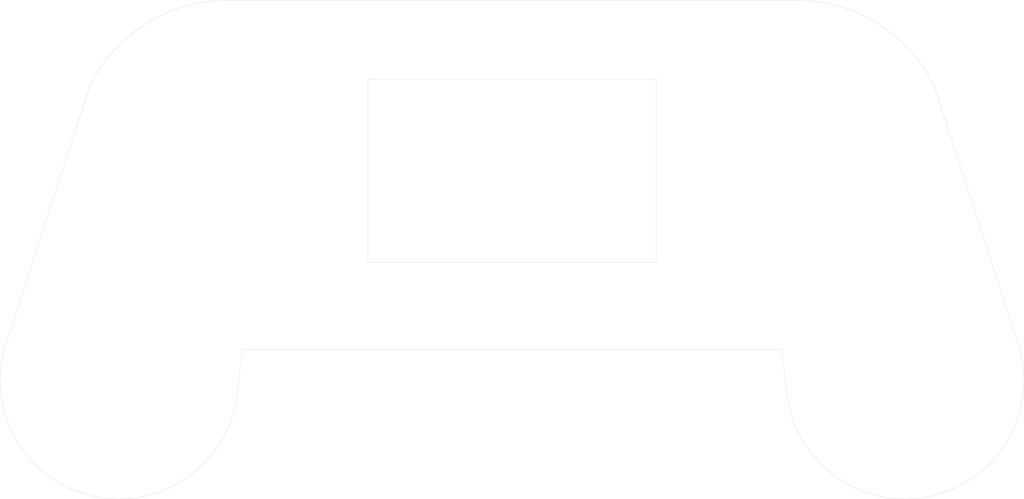
<source format=kicad_pcb>
(kicad_pcb
	(version 20241229)
	(generator "pcbnew")
	(generator_version "9.0")
	(general
		(thickness 1.6)
		(legacy_teardrops no)
	)
	(paper "A4")
	(layers
		(0 "F.Cu" signal)
		(2 "B.Cu" signal)
		(9 "F.Adhes" user "F.Adhesive")
		(11 "B.Adhes" user "B.Adhesive")
		(13 "F.Paste" user)
		(15 "B.Paste" user)
		(5 "F.SilkS" user "F.Silkscreen")
		(7 "B.SilkS" user "B.Silkscreen")
		(1 "F.Mask" user)
		(3 "B.Mask" user)
		(17 "Dwgs.User" user "User.Drawings")
		(19 "Cmts.User" user "User.Comments")
		(21 "Eco1.User" user "User.Eco1")
		(23 "Eco2.User" user "User.Eco2")
		(25 "Edge.Cuts" user)
		(27 "Margin" user)
		(31 "F.CrtYd" user "F.Courtyard")
		(29 "B.CrtYd" user "B.Courtyard")
		(35 "F.Fab" user)
		(33 "B.Fab" user)
		(39 "User.1" user)
		(41 "User.2" user)
		(43 "User.3" user)
		(45 "User.4" user)
	)
	(setup
		(pad_to_mask_clearance 0)
		(allow_soldermask_bridges_in_footprints no)
		(tenting front back)
		(pcbplotparams
			(layerselection 0x00000000_00000000_55555555_5755f5ff)
			(plot_on_all_layers_selection 0x00000000_00000000_00000000_00000000)
			(disableapertmacros no)
			(usegerberextensions no)
			(usegerberattributes yes)
			(usegerberadvancedattributes yes)
			(creategerberjobfile yes)
			(dashed_line_dash_ratio 12.000000)
			(dashed_line_gap_ratio 3.000000)
			(svgprecision 4)
			(plotframeref no)
			(mode 1)
			(useauxorigin no)
			(hpglpennumber 1)
			(hpglpenspeed 20)
			(hpglpendiameter 15.000000)
			(pdf_front_fp_property_popups yes)
			(pdf_back_fp_property_popups yes)
			(pdf_metadata yes)
			(pdf_single_document no)
			(dxfpolygonmode yes)
			(dxfimperialunits yes)
			(dxfusepcbnewfont yes)
			(psnegative no)
			(psa4output no)
			(plot_black_and_white yes)
			(plotinvisibletext no)
			(sketchpadsonfab no)
			(plotpadnumbers no)
			(hidednponfab no)
			(sketchdnponfab yes)
			(crossoutdnponfab yes)
			(subtractmaskfromsilk no)
			(outputformat 1)
			(mirror no)
			(drillshape 1)
			(scaleselection 1)
			(outputdirectory "")
		)
	)
	(net 0 "")
	(gr_line
		(start 205.122442 55.871678)
		(end 95 55.871678)
		(stroke
			(width 0.05)
			(type default)
		)
		(layer "Edge.Cuts")
		(uuid "256dc00c-4dfe-4b3b-852c-d14707cc069e")
	)
	(gr_line
		(start 202.527596 131.051787)
		(end 201.484394 122.551796)
		(stroke
			(width 0.05)
			(type default)
		)
		(layer "Edge.Cuts")
		(uuid "501c2b78-48e3-4498-8dd1-350fe846dbf1")
	)
	(gr_line
		(start 53.821579 120.500025)
		(end 69.622449 72)
		(stroke
			(width 0.05)
			(type default)
		)
		(layer "Edge.Cuts")
		(uuid "66c6fadb-7407-4ac7-bd52-3838c946b570")
	)
	(gr_line
		(start 97.594851 131.051788)
		(end 98.638053 122.551797)
		(stroke
			(width 0.05)
			(type default)
		)
		(layer "Edge.Cuts")
		(uuid "765ec972-a7f5-4381-8ce3-bdb108cf81db")
	)
	(gr_arc
		(start 69.622449 72)
		(mid 80.103374 60.461837)
		(end 95 55.871678)
		(stroke
			(width 0.05)
			(type default)
		)
		(layer "Edge.Cuts")
		(uuid "7e103ec2-f5f6-48a1-be6e-100b4657f240")
	)
	(gr_arc
		(start 246.30087 120.500025)
		(mid 230.378906 150.519928)
		(end 202.527596 131.051798)
		(stroke
			(width 0.05)
			(type default)
		)
		(layer "Edge.Cuts")
		(uuid "97cc0edd-4f08-4425-b930-dba35ded082a")
	)
	(gr_rect
		(start 122.561224 71)
		(end 177.561224 106)
		(stroke
			(width 0.05)
			(type default)
		)
		(fill no)
		(layer "Edge.Cuts")
		(uuid "a09c8d02-72d6-45ee-8137-9004c70c444b")
	)
	(gr_line
		(start 246.30087 120.500025)
		(end 230.5 72)
		(stroke
			(width 0.05)
			(type default)
		)
		(layer "Edge.Cuts")
		(uuid "c3e6909a-7fa5-4a3e-bb92-05cc738ed3e6")
	)
	(gr_line
		(start 201.484394 122.551796)
		(end 98.638053 122.551797)
		(stroke
			(width 0.05)
			(type default)
		)
		(layer "Edge.Cuts")
		(uuid "c73656f9-8de7-49e7-a02d-1fe648d2b3fd")
	)
	(gr_arc
		(start 205.122449 55.871678)
		(mid 220.019079 60.461834)
		(end 230.5 72)
		(stroke
			(width 0.05)
			(type default)
		)
		(layer "Edge.Cuts")
		(uuid "d749dc58-6b53-49e6-97c6-639b54fcd4ad")
	)
	(gr_arc
		(start 97.594852 131.051788)
		(mid 69.743549 150.519927)
		(end 53.821579 120.500025)
		(stroke
			(width 0.05)
			(type default)
		)
		(layer "Edge.Cuts")
		(uuid "e91513d5-9c0f-46ba-b677-8e2e0ba5032c")
	)
	(embedded_fonts no)
)

</source>
